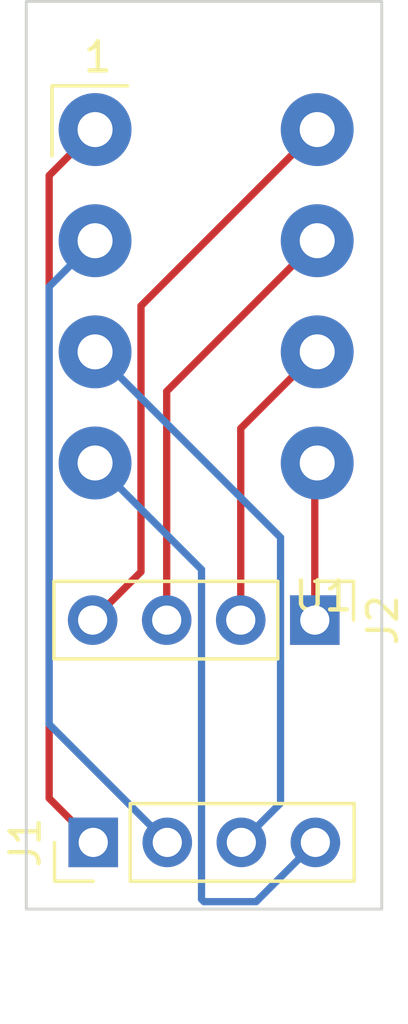
<source format=kicad_pcb>
(kicad_pcb (version 20221018) (generator pcbnew)
  (layers (0 "F.Cu" signal) (31 "B.Cu" signal) (34 "B.Paste" user) (35 "F.Paste" user) (36 "B.SilkS" user "B.Silkscreen") (37 "F.SilkS" user "F.Silkscreen") (38 "B.Mask" user) (39 "F.Mask" user) (44 "Edge.Cuts" user))
  (net 0 "")
  (net 1 "/1")
  (net 2 "/2")
  (net 3 "/3")
  (net 4 "/4")
  (net 5 "/5")
  (net 6 "/6")
  (net 7 "/7")
  (net 8 "/8")
  (footprint "Connector_PinHeader_2.54mm:PinHeader_1x04_P2.54mm_Vertical" (layer "F.Cu") (at 97.272 115.062 -90)
    (fp_text reference "J2" (at 0 -2.33 90) (layer "F.SilkS"))
    (fp_text value "Conn_01x04_Pin")
    (fp_line (start -1.33 -1.33) (end 0 -1.33) (stroke (width 0.12)) (layer "F.SilkS"))
    (fp_line (start -1.33 0) (end -1.33 -1.33) (stroke (width 0.12)) (layer "F.SilkS"))
    (fp_line (start -1.33 1.27) (end -1.33 8.95) (stroke (width 0.12)) (layer "F.SilkS"))
    (fp_line (start -1.33 1.27) (end 1.33 1.27) (stroke (width 0.12)) (layer "F.SilkS"))
    (fp_line (start -1.33 8.95) (end 1.33 8.95) (stroke (width 0.12)) (layer "F.SilkS"))
    (fp_line (start 1.33 1.27) (end 1.33 8.95) (stroke (width 0.12)) (layer "F.SilkS"))
    (pad "1" thru_hole rect (at 0 0 270) (size 1.7 1.7) (drill 1) (layers "*.Cu" "*.Mask") (net 5 "/5"))
    (pad "2" thru_hole oval (at 0 2.54 270) (size 1.7 1.7) (drill 1) (layers "*.Cu" "*.Mask") (net 6 "/6"))
    (pad "3" thru_hole oval (at 0 5.08 270) (size 1.7 1.7) (drill 1) (layers "*.Cu" "*.Mask") (net 7 "/7"))
    (pad "4" thru_hole oval (at 0 7.62 270) (size 1.7 1.7) (drill 1) (layers "*.Cu" "*.Mask") (net 8 "/8"))
  )
  (footprint "Connector_PinHeader_2.54mm:PinHeader_1x04_P2.54mm_Vertical" (layer "F.Cu") (at 89.672 122.682 90)
    (fp_text reference "J1" (at 0 -2.33 90) (layer "F.SilkS"))
    (fp_text value "Conn_01x04_Pin")
    (fp_line (start -1.33 -1.33) (end 0 -1.33) (stroke (width 0.12)) (layer "F.SilkS"))
    (fp_line (start -1.33 0) (end -1.33 -1.33) (stroke (width 0.12)) (layer "F.SilkS"))
    (fp_line (start -1.33 1.27) (end -1.33 8.95) (stroke (width 0.12)) (layer "F.SilkS"))
    (fp_line (start -1.33 1.27) (end 1.33 1.27) (stroke (width 0.12)) (layer "F.SilkS"))
    (fp_line (start -1.33 8.95) (end 1.33 8.95) (stroke (width 0.12)) (layer "F.SilkS"))
    (fp_line (start 1.33 1.27) (end 1.33 8.95) (stroke (width 0.12)) (layer "F.SilkS"))
    (pad "1" thru_hole rect (at 0 0 90) (size 1.7 1.7) (drill 1) (layers "*.Cu" "*.Mask") (net 1 "/1"))
    (pad "2" thru_hole oval (at 0 2.54 90) (size 1.7 1.7) (drill 1) (layers "*.Cu" "*.Mask") (net 2 "/2"))
    (pad "3" thru_hole oval (at 0 5.08 90) (size 1.7 1.7) (drill 1) (layers "*.Cu" "*.Mask") (net 3 "/3"))
    (pad "4" thru_hole oval (at 0 7.62 90) (size 1.7 1.7) (drill 1) (layers "*.Cu" "*.Mask") (net 4 "/4"))
  )
  (footprint "balloon:AE-BNO055" (layer "F.Cu") (at 93.455 103.145)
    (fp_text reference "U1" (at 4.105 11.095 unlocked) (layer "F.SilkS"))
    (fp_text value "~")
    (fp_text user "1" (at -4.2 -6.8 unlocked) (layer "F.SilkS") (effects (justify left bottom)))
    (fp_line (start -5.2 -6.4) (end -5.2 -4) (stroke (width 0.12)) (layer "F.SilkS"))
    (fp_line (start -5.2 -6.4) (end -2.6 -6.4) (stroke (width 0.12)) (layer "F.SilkS"))
    (fp_line (start -5.2 -4) (end -5.2 -6.4) (stroke (width 0.12)) (layer "F.SilkS"))
    (pad "1" thru_hole circle (at -3.72 -4.9) (size 2.5 2.5) (drill 1.2) (layers "*.Cu" "*.Mask") (net 1 "/1"))
    (pad "2" thru_hole circle (at -3.72 -1.09) (size 2.5 2.5) (drill 1.2) (layers "*.Cu" "*.Mask") (net 2 "/2"))
    (pad "3" thru_hole circle (at -3.72 2.72) (size 2.5 2.5) (drill 1.2) (layers "*.Cu" "*.Mask") (net 3 "/3"))
    (pad "4" thru_hole circle (at -3.72 6.53) (size 2.5 2.5) (drill 1.2) (layers "*.Cu" "*.Mask") (net 4 "/4"))
    (pad "5" thru_hole circle (at 3.9 6.53) (size 2.5 2.5) (drill 1.2) (layers "*.Cu" "*.Mask") (net 5 "/5"))
    (pad "6" thru_hole circle (at 3.9 2.72) (size 2.5 2.5) (drill 1.2) (layers "*.Cu" "*.Mask") (net 6 "/6"))
    (pad "7" thru_hole circle (at 3.9 -1.09) (size 2.5 2.5) (drill 1.2) (layers "*.Cu" "*.Mask") (net 7 "/7"))
    (pad "8" thru_hole circle (at 3.9 -4.9) (size 2.5 2.5) (drill 1.2) (layers "*.Cu" "*.Mask") (net 8 "/8"))
  )
  (gr_rect (start 87.376 93.853) (end 99.568 124.968) (stroke (width 0.1)) (fill none) (layer "Edge.Cuts"))
  (segment (start 89.735 98.245) (end 88.16 99.82) (width 0.25) (layer "F.Cu") (net 1))
  (segment (start 88.16 99.82) (end 88.16 121.17) (width 0.25) (layer "F.Cu") (net 1))
  (segment (start 88.16 121.17) (end 89.672 122.682) (width 0.25) (layer "F.Cu") (net 1))
  (segment (start 89.735 102.055) (end 88.16 103.63) (width 0.25) (layer "B.Cu") (net 2))
  (segment (start 88.16 118.63) (end 92.212 122.682) (width 0.25) (layer "B.Cu") (net 2))
  (segment (start 88.16 103.63) (end 88.16 118.63) (width 0.25) (layer "B.Cu") (net 2))
  (segment (start 96.097 121.337) (end 94.752 122.682) (width 0.25) (layer "B.Cu") (net 3))
  (segment (start 96.097 112.227) (end 96.097 121.337) (width 0.25) (layer "B.Cu") (net 3))
  (segment (start 89.735 105.865) (end 96.097 112.227) (width 0.25) (layer "B.Cu") (net 3))
  (segment (start 89.735 109.675) (end 93.387 113.327) (width 0.25) (layer "B.Cu") (net 4))
  (segment (start 95.26 124.714) (end 97.292 122.682) (width 0.25) (layer "B.Cu") (net 4))
  (segment (start 93.387 124.629) (end 93.472 124.714) (width 0.25) (layer "B.Cu") (net 4))
  (segment (start 93.387 113.327) (end 93.387 124.629) (width 0.25) (layer "B.Cu") (net 4))
  (segment (start 93.472 124.714) (end 95.26 124.714) (width 0.25) (layer "B.Cu") (net 4))
  (segment (start 97.272 109.758) (end 97.355 109.675) (width 0.25) (layer "F.Cu") (net 5))
  (segment (start 97.272 115.062) (end 97.272 109.758) (width 0.25) (layer "F.Cu") (net 5))
  (segment (start 94.732 108.488) (end 97.355 105.865) (width 0.25) (layer "F.Cu") (net 6))
  (segment (start 94.732 115.062) (end 94.732 108.488) (width 0.25) (layer "F.Cu") (net 6))
  (segment (start 92.192 107.218) (end 97.355 102.055) (width 0.25) (layer "F.Cu") (net 7))
  (segment (start 92.192 115.062) (end 92.192 107.218) (width 0.25) (layer "F.Cu") (net 7))
  (segment (start 89.652 115.062) (end 91.31 113.404) (width 0.25) (layer "F.Cu") (net 8))
  (segment (start 91.31 104.29) (end 97.355 98.245) (width 0.25) (layer "F.Cu") (net 8))
  (segment (start 91.31 113.404) (end 91.31 104.29) (width 0.25) (layer "F.Cu") (net 8))
)
</source>
